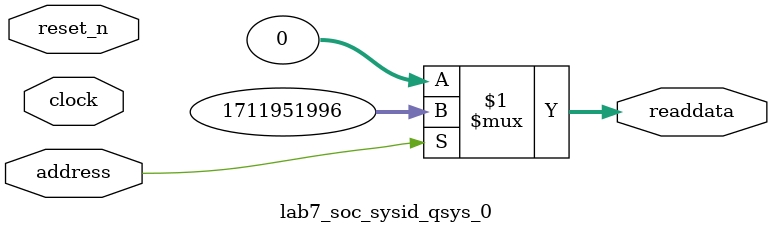
<source format=v>



// synthesis translate_off
`timescale 1ns / 1ps
// synthesis translate_on

// turn off superfluous verilog processor warnings 
// altera message_level Level1 
// altera message_off 10034 10035 10036 10037 10230 10240 10030 

module lab7_soc_sysid_qsys_0 (
               // inputs:
                address,
                clock,
                reset_n,

               // outputs:
                readdata
             )
;

  output  [ 31: 0] readdata;
  input            address;
  input            clock;
  input            reset_n;

  wire    [ 31: 0] readdata;
  //control_slave, which is an e_avalon_slave
  assign readdata = address ? 1711951996 : 0;

endmodule



</source>
